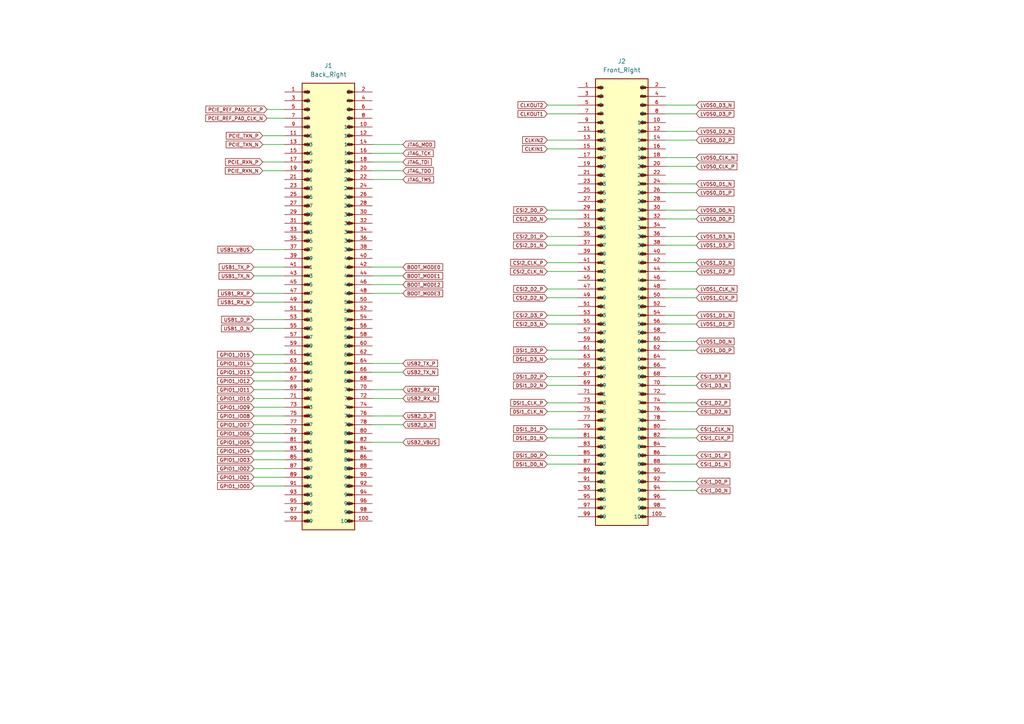
<source format=kicad_sch>
(kicad_sch (version 20231120) (generator "eeschema") (generator_version "8.0")
  (paper "A4")
  (lib_symbols
    (symbol "CONN_DF40C-100DS-0_4V51_HIR:DF40C-100DP-0.4V_51_" (pin_names (offset 1.016))
      (property "Reference" "J" (at -7.62 64.262 0))
      (property "Value" "DF40C-100DP-0.4V_51_" (at -7.62 -66.802 0))
      (symbol "DF40C-100DP-0.4V_51__0_0"
        (rectangle (start -7.62 -66.04) (end 7.62 63.5) (stroke (width 0.254)) (fill (type background)))
        (rectangle (start -6.985 -63.8175) (end -5.3975 -63.1825) (stroke (width 0.1)) (fill (type outline)))
        (rectangle (start -6.985 -61.2775) (end -5.3975 -60.6425) (stroke (width 0.1)) (fill (type outline)))
        (rectangle (start -6.985 -58.7375) (end -5.3975 -58.1025) (stroke (width 0.1)) (fill (type outline)))
        (rectangle (start -6.985 -56.1975) (end -5.3975 -55.5625) (stroke (width 0.1)) (fill (type outline)))
        (rectangle (start -6.985 -53.6575) (end -5.3975 -53.0225) (stroke (width 0.1)) (fill (type outline)))
        (rectangle (start -6.985 -51.1175) (end -5.3975 -50.4825) (stroke (width 0.1)) (fill (type outline)))
        (rectangle (start -6.985 -48.5775) (end -5.3975 -47.9425) (stroke (width 0.1)) (fill (type outline)))
        (rectangle (start -6.985 -46.0375) (end -5.3975 -45.4025) (stroke (width 0.1)) (fill (type outline)))
        (rectangle (start -6.985 -43.4975) (end -5.3975 -42.8625) (stroke (width 0.1)) (fill (type outline)))
        (rectangle (start -6.985 -40.9575) (end -5.3975 -40.3225) (stroke (width 0.1)) (fill (type outline)))
        (rectangle (start -6.985 -38.4175) (end -5.3975 -37.7825) (stroke (width 0.1)) (fill (type outline)))
        (rectangle (start -6.985 -35.8775) (end -5.3975 -35.2425) (stroke (width 0.1)) (fill (type outline)))
        (rectangle (start -6.985 -33.3375) (end -5.3975 -32.7025) (stroke (width 0.1)) (fill (type outline)))
        (rectangle (start -6.985 -30.7975) (end -5.3975 -30.1625) (stroke (width 0.1)) (fill (type outline)))
        (rectangle (start -6.985 -28.2575) (end -5.3975 -27.6225) (stroke (width 0.1)) (fill (type outline)))
        (rectangle (start -6.985 -25.7175) (end -5.3975 -25.0825) (stroke (width 0.1)) (fill (type outline)))
        (rectangle (start -6.985 -23.1775) (end -5.3975 -22.5425) (stroke (width 0.1)) (fill (type outline)))
        (rectangle (start -6.985 -20.6375) (end -5.3975 -20.0025) (stroke (width 0.1)) (fill (type outline)))
        (rectangle (start -6.985 -18.0975) (end -5.3975 -17.4625) (stroke (width 0.1)) (fill (type outline)))
        (rectangle (start -6.985 -15.5575) (end -5.3975 -14.9225) (stroke (width 0.1)) (fill (type outline)))
        (rectangle (start -6.985 -13.0175) (end -5.3975 -12.3825) (stroke (width 0.1)) (fill (type outline)))
        (rectangle (start -6.985 -10.4775) (end -5.3975 -9.8425) (stroke (width 0.1)) (fill (type outline)))
        (rectangle (start -6.985 -7.9375) (end -5.3975 -7.3025) (stroke (width 0.1)) (fill (type outline)))
        (rectangle (start -6.985 -5.3975) (end -5.3975 -4.7625) (stroke (width 0.1)) (fill (type outline)))
        (rectangle (start -6.985 -2.8575) (end -5.3975 -2.2225) (stroke (width 0.1)) (fill (type outline)))
        (rectangle (start -6.985 -0.3175) (end -5.3975 0.3175) (stroke (width 0.1)) (fill (type outline)))
        (rectangle (start -6.985 2.2225) (end -5.3975 2.8575) (stroke (width 0.1)) (fill (type outline)))
        (rectangle (start -6.985 4.7625) (end -5.3975 5.3975) (stroke (width 0.1)) (fill (type outline)))
        (rectangle (start -6.985 7.3025) (end -5.3975 7.9375) (stroke (width 0.1)) (fill (type outline)))
        (rectangle (start -6.985 9.8425) (end -5.3975 10.4775) (stroke (width 0.1)) (fill (type outline)))
        (rectangle (start -6.985 12.3825) (end -5.3975 13.0175) (stroke (width 0.1)) (fill (type outline)))
        (rectangle (start -6.985 14.9225) (end -5.3975 15.5575) (stroke (width 0.1)) (fill (type outline)))
        (rectangle (start -6.985 17.4625) (end -5.3975 18.0975) (stroke (width 0.1)) (fill (type outline)))
        (rectangle (start -6.985 20.0025) (end -5.3975 20.6375) (stroke (width 0.1)) (fill (type outline)))
        (rectangle (start -6.985 22.5425) (end -5.3975 23.1775) (stroke (width 0.1)) (fill (type outline)))
        (rectangle (start -6.985 25.0825) (end -5.3975 25.7175) (stroke (width 0.1)) (fill (type outline)))
        (rectangle (start -6.985 27.6225) (end -5.3975 28.2575) (stroke (width 0.1)) (fill (type outline)))
        (rectangle (start -6.985 30.1625) (end -5.3975 30.7975) (stroke (width 0.1)) (fill (type outline)))
        (rectangle (start -6.985 32.7025) (end -5.3975 33.3375) (stroke (width 0.1)) (fill (type outline)))
        (rectangle (start -6.985 35.2425) (end -5.3975 35.8775) (stroke (width 0.1)) (fill (type outline)))
        (rectangle (start -6.985 37.7825) (end -5.3975 38.4175) (stroke (width 0.1)) (fill (type outline)))
        (rectangle (start -6.985 40.3225) (end -5.3975 40.9575) (stroke (width 0.1)) (fill (type outline)))
        (rectangle (start -6.985 42.8625) (end -5.3975 43.4975) (stroke (width 0.1)) (fill (type outline)))
        (rectangle (start -6.985 45.4025) (end -5.3975 46.0375) (stroke (width 0.1)) (fill (type outline)))
        (rectangle (start -6.985 47.9425) (end -5.3975 48.5775) (stroke (width 0.1)) (fill (type outline)))
        (rectangle (start -6.985 50.4825) (end -5.3975 51.1175) (stroke (width 0.1)) (fill (type outline)))
        (rectangle (start -6.985 53.0225) (end -5.3975 53.6575) (stroke (width 0.1)) (fill (type outline)))
        (rectangle (start -6.985 55.5625) (end -5.3975 56.1975) (stroke (width 0.1)) (fill (type outline)))
        (rectangle (start -6.985 58.1025) (end -5.3975 58.7375) (stroke (width 0.1)) (fill (type outline)))
        (rectangle (start -6.985 60.6425) (end -5.3975 61.2775) (stroke (width 0.1)) (fill (type outline)))
        (polyline (pts (xy -7.62 -63.5) (xy -5.715 -63.5)) (stroke (width 0.254)))
        (polyline (pts (xy -7.62 -60.96) (xy -5.715 -60.96)) (stroke (width 0.254)))
        (polyline (pts (xy -7.62 -58.42) (xy -5.715 -58.42)) (stroke (width 0.254)))
        (polyline (pts (xy -7.62 -55.88) (xy -5.715 -55.88)) (stroke (width 0.254)))
        (polyline (pts (xy -7.62 -53.34) (xy -5.715 -53.34)) (stroke (width 0.254)))
        (polyline (pts (xy -7.62 -50.8) (xy -5.715 -50.8)) (stroke (width 0.254)))
        (polyline (pts (xy -7.62 -48.26) (xy -5.715 -48.26)) (stroke (width 0.254)))
        (polyline (pts (xy -7.62 -45.72) (xy -5.715 -45.72)) (stroke (width 0.254)))
        (polyline (pts (xy -7.62 -43.18) (xy -5.715 -43.18)) (stroke (width 0.254)))
        (polyline (pts (xy -7.62 -40.64) (xy -5.715 -40.64)) (stroke (width 0.254)))
        (polyline (pts (xy -7.62 -38.1) (xy -5.715 -38.1)) (stroke (width 0.254)))
        (polyline (pts (xy -7.62 -35.56) (xy -5.715 -35.56)) (stroke (width 0.254)))
        (polyline (pts (xy -7.62 -33.02) (xy -5.715 -33.02)) (stroke (width 0.254)))
        (polyline (pts (xy -7.62 -30.48) (xy -5.715 -30.48)) (stroke (width 0.254)))
        (polyline (pts (xy -7.62 -27.94) (xy -5.715 -27.94)) (stroke (width 0.254)))
        (polyline (pts (xy -7.62 -25.4) (xy -5.715 -25.4)) (stroke (width 0.254)))
        (polyline (pts (xy -7.62 -22.86) (xy -5.715 -22.86)) (stroke (width 0.254)))
        (polyline (pts (xy -7.62 -20.32) (xy -5.715 -20.32)) (stroke (width 0.254)))
        (polyline (pts (xy -7.62 -17.78) (xy -5.715 -17.78)) (stroke (width 0.254)))
        (polyline (pts (xy -7.62 -15.24) (xy -5.715 -15.24)) (stroke (width 0.254)))
        (polyline (pts (xy -7.62 -12.7) (xy -5.715 -12.7)) (stroke (width 0.254)))
        (polyline (pts (xy -7.62 -10.16) (xy -5.715 -10.16)) (stroke (width 0.254)))
        (polyline (pts (xy -7.62 -7.62) (xy -5.715 -7.62)) (stroke (width 0.254)))
        (polyline (pts (xy -7.62 -5.08) (xy -5.715 -5.08)) (stroke (width 0.254)))
        (polyline (pts (xy -7.62 -2.54) (xy -5.715 -2.54)) (stroke (width 0.254)))
        (polyline (pts (xy -7.62 0) (xy -5.715 0)) (stroke (width 0.254)))
        (polyline (pts (xy -7.62 2.54) (xy -5.715 2.54)) (stroke (width 0.254)))
        (polyline (pts (xy -7.62 5.08) (xy -5.715 5.08)) (stroke (width 0.254)))
        (polyline (pts (xy -7.62 7.62) (xy -5.715 7.62)) (stroke (width 0.254)))
        (polyline (pts (xy -7.62 10.16) (xy -5.715 10.16)) (stroke (width 0.254)))
        (polyline (pts (xy -7.62 12.7) (xy -5.715 12.7)) (stroke (width 0.254)))
        (polyline (pts (xy -7.62 15.24) (xy -5.715 15.24)) (stroke (width 0.254)))
        (polyline (pts (xy -7.62 17.78) (xy -5.715 17.78)) (stroke (width 0.254)))
        (polyline (pts (xy -7.62 20.32) (xy -5.715 20.32)) (stroke (width 0.254)))
        (polyline (pts (xy -7.62 22.86) (xy -5.715 22.86)) (stroke (width 0.254)))
        (polyline (pts (xy -7.62 25.4) (xy -5.715 25.4)) (stroke (width 0.254)))
        (polyline (pts (xy -7.62 27.94) (xy -5.715 27.94)) (stroke (width 0.254)))
        (polyline (pts (xy -7.62 30.48) (xy -5.715 30.48)) (stroke (width 0.254)))
        (polyline (pts (xy -7.62 33.02) (xy -5.715 33.02)) (stroke (width 0.254)))
        (polyline (pts (xy -7.62 35.56) (xy -5.715 35.56)) (stroke (width 0.254)))
        (polyline (pts (xy -7.62 38.1) (xy -5.715 38.1)) (stroke (width 0.254)))
        (polyline (pts (xy -7.62 40.64) (xy -5.715 40.64)) (stroke (width 0.254)))
        (polyline (pts (xy -7.62 43.18) (xy -5.715 43.18)) (stroke (width 0.254)))
        (polyline (pts (xy -7.62 45.72) (xy -5.715 45.72)) (stroke (width 0.254)))
        (polyline (pts (xy -7.62 48.26) (xy -5.715 48.26)) (stroke (width 0.254)))
        (polyline (pts (xy -7.62 50.8) (xy -5.715 50.8)) (stroke (width 0.254)))
        (polyline (pts (xy -7.62 53.34) (xy -5.715 53.34)) (stroke (width 0.254)))
        (polyline (pts (xy -7.62 55.88) (xy -5.715 55.88)) (stroke (width 0.254)))
        (polyline (pts (xy -7.62 58.42) (xy -5.715 58.42)) (stroke (width 0.254)))
        (polyline (pts (xy -7.62 60.96) (xy -5.715 60.96)) (stroke (width 0.254)))
        (polyline (pts (xy 7.62 -63.5) (xy 5.715 -63.5)) (stroke (width 0.254)))
        (polyline (pts (xy 7.62 -60.96) (xy 5.715 -60.96)) (stroke (width 0.254)))
        (polyline (pts (xy 7.62 -58.42) (xy 5.715 -58.42)) (stroke (width 0.254)))
        (polyline (pts (xy 7.62 -55.88) (xy 5.715 -55.88)) (stroke (width 0.254)))
        (polyline (pts (xy 7.62 -53.34) (xy 5.715 -53.34)) (stroke (width 0.254)))
        (polyline (pts (xy 7.62 -50.8) (xy 5.715 -50.8)) (stroke (width 0.254)))
        (polyline (pts (xy 7.62 -48.26) (xy 5.715 -48.26)) (stroke (width 0.254)))
        (polyline (pts (xy 7.62 -45.72) (xy 5.715 -45.72)) (stroke (width 0.254)))
        (polyline (pts (xy 7.62 -43.18) (xy 5.715 -43.18)) (stroke (width 0.254)))
        (polyline (pts (xy 7.62 -40.64) (xy 5.715 -40.64)) (stroke (width 0.254)))
        (polyline (pts (xy 7.62 -38.1) (xy 5.715 -38.1)) (stroke (width 0.254)))
        (polyline (pts (xy 7.62 -35.56) (xy 5.715 -35.56)) (stroke (width 0.254)))
        (polyline (pts (xy 7.62 -33.02) (xy 5.715 -33.02)) (stroke (width 0.254)))
        (polyline (pts (xy 7.62 -30.48) (xy 5.715 -30.48)) (stroke (width 0.254)))
        (polyline (pts (xy 7.62 -27.94) (xy 5.715 -27.94)) (stroke (width 0.254)))
        (polyline (pts (xy 7.62 -25.4) (xy 5.715 -25.4)) (stroke (width 0.254)))
        (polyline (pts (xy 7.62 -22.86) (xy 5.715 -22.86)) (stroke (width 0.254)))
        (polyline (pts (xy 7.62 -20.32) (xy 5.715 -20.32)) (stroke (width 0.254)))
        (polyline (pts (xy 7.62 -17.78) (xy 5.715 -17.78)) (stroke (width 0.254)))
        (polyline (pts (xy 7.62 -15.24) (xy 5.715 -15.24)) (stroke (width 0.254)))
        (polyline (pts (xy 7.62 -12.7) (xy 5.715 -12.7)) (stroke (width 0.254)))
        (polyline (pts (xy 7.62 -10.16) (xy 5.715 -10.16)) (stroke (width 0.254)))
        (polyline (pts (xy 7.62 -7.62) (xy 5.715 -7.62)) (stroke (width 0.254)))
        (polyline (pts (xy 7.62 -5.08) (xy 5.715 -5.08)) (stroke (width 0.254)))
        (polyline (pts (xy 7.62 -2.54) (xy 5.715 -2.54)) (stroke (width 0.254)))
        (polyline (pts (xy 7.62 0) (xy 5.715 0)) (stroke (width 0.254)))
        (polyline (pts (xy 7.62 2.54) (xy 5.715 2.54)) (stroke (width 0.254)))
        (polyline (pts (xy 7.62 5.08) (xy 5.715 5.08)) (stroke (width 0.254)))
        (polyline (pts (xy 7.62 7.62) (xy 5.715 7.62)) (stroke (width 0.254)))
        (polyline (pts (xy 7.62 10.16) (xy 5.715 10.16)) (stroke (width 0.254)))
        (polyline (pts (xy 7.62 12.7) (xy 5.715 12.7)) (stroke (width 0.254)))
        (polyline (pts (xy 7.62 15.24) (xy 5.715 15.24)) (stroke (width 0.254)))
        (polyline (pts (xy 7.62 17.78) (xy 5.715 17.78)) (stroke (width 0.254)))
        (polyline (pts (xy 7.62 20.32) (xy 5.715 20.32)) (stroke (width 0.254)))
        (polyline (pts (xy 7.62 22.86) (xy 5.715 22.86)) (stroke (width 0.254)))
        (polyline (pts (xy 7.62 25.4) (xy 5.715 25.4)) (stroke (width 0.254)))
        (polyline (pts (xy 7.62 27.94) (xy 5.715 27.94)) (stroke (width 0.254)))
        (polyline (pts (xy 7.62 30.48) (xy 5.715 30.48)) (stroke (width 0.254)))
        (polyline (pts (xy 7.62 33.02) (xy 5.715 33.02)) (stroke (width 0.254)))
        (polyline (pts (xy 7.62 35.56) (xy 5.715 35.56)) (stroke (width 0.254)))
        (polyline (pts (xy 7.62 38.1) (xy 5.715 38.1)) (stroke (width 0.254)))
        (polyline (pts (xy 7.62 40.64) (xy 5.715 40.64)) (stroke (width 0.254)))
        (polyline (pts (xy 7.62 43.18) (xy 5.715 43.18)) (stroke (width 0.254)))
        (polyline (pts (xy 7.62 45.72) (xy 5.715 45.72)) (stroke (width 0.254)))
        (polyline (pts (xy 7.62 48.26) (xy 5.715 48.26)) (stroke (width 0.254)))
        (polyline (pts (xy 7.62 50.8) (xy 5.715 50.8)) (stroke (width 0.254)))
        (polyline (pts (xy 7.62 53.34) (xy 5.715 53.34)) (stroke (width 0.254)))
        (polyline (pts (xy 7.62 55.88) (xy 5.715 55.88)) (stroke (width 0.254)))
        (polyline (pts (xy 7.62 58.42) (xy 5.715 58.42)) (stroke (width 0.254)))
        (polyline (pts (xy 7.62 60.96) (xy 5.715 60.96)) (stroke (width 0.254)))
        (rectangle (start 5.3975 -63.8175) (end 6.985 -63.1825) (stroke (width 0.1)) (fill (type outline)))
        (rectangle (start 5.3975 -61.2775) (end 6.985 -60.6425) (stroke (width 0.1)) (fill (type outline)))
        (rectangle (start 5.3975 -58.7375) (end 6.985 -58.1025) (stroke (width 0.1)) (fill (type outline)))
        (rectangle (start 5.3975 -56.1975) (end 6.985 -55.5625) (stroke (width 0.1)) (fill (type outline)))
        (rectangle (start 5.3975 -53.6575) (end 6.985 -53.0225) (stroke (width 0.1)) (fill (type outline)))
        (rectangle (start 5.3975 -51.1175) (end 6.985 -50.4825) (stroke (width 0.1)) (fill (type outline)))
        (rectangle (start 5.3975 -48.5775) (end 6.985 -47.9425) (stroke (width 0.1)) (fill (type outline)))
        (rectangle (start 5.3975 -46.0375) (end 6.985 -45.4025) (stroke (width 0.1)) (fill (type outline)))
        (rectangle (start 5.3975 -43.4975) (end 6.985 -42.8625) (stroke (width 0.1)) (fill (type outline)))
        (rectangle (start 5.3975 -40.9575) (end 6.985 -40.3225) (stroke (width 0.1)) (fill (type outline)))
        (rectangle (start 5.3975 -38.4175) (end 6.985 -37.7825) (stroke (width 0.1)) (fill (type outline)))
        (rectangle (start 5.3975 -35.8775) (end 6.985 -35.2425) (stroke (width 0.1)) (fill (type outline)))
        (rectangle (start 5.3975 -33.3375) (end 6.985 -32.7025) (stroke (width 0.1)) (fill (type outline)))
        (rectangle (start 5.3975 -30.7975) (end 6.985 -30.1625) (stroke (width 0.1)) (fill (type outline)))
        (rectangle (start 5.3975 -28.2575) (end 6.985 -27.6225) (stroke (width 0.1)) (fill (type outline)))
        (rectangle (start 5.3975 -25.7175) (end 6.985 -25.0825) (stroke (width 0.1)) (fill (type outline)))
        (rectangle (start 5.3975 -23.1775) (end 6.985 -22.5425) (stroke (width 0.1)) (fill (type outline)))
        (rectangle (start 5.3975 -20.6375) (end 6.985 -20.0025) (stroke (width 0.1)) (fill (type outline)))
        (rectangle (start 5.3975 -18.0975) (end 6.985 -17.4625) (stroke (width 0.1)) (fill (type outline)))
        (rectangle (start 5.3975 -15.5575) (end 6.985 -14.9225) (stroke (width 0.1)) (fill (type outline)))
        (rectangle (start 5.3975 -13.0175) (end 6.985 -12.3825) (stroke (width 0.1)) (fill (type outline)))
        (rectangle (start 5.3975 -10.4775) (end 6.985 -9.8425) (stroke (width 0.1)) (fill (type outline)))
        (rectangle (start 5.3975 -7.9375) (end 6.985 -7.3025) (stroke (width 0.1)) (fill (type outline)))
        (rectangle (start 5.3975 -5.3975) (end 6.985 -4.7625) (stroke (width 0.1)) (fill (type outline)))
        (rectangle (start 5.3975 -2.8575) (end 6.985 -2.2225) (stroke (width 0.1)) (fill (type outline)))
        (rectangle (start 5.3975 -0.3175) (end 6.985 0.3175) (stroke (width 0.1)) (fill (type outline)))
        (rectangle (start 5.3975 2.2225) (end 6.985 2.8575) (stroke (width 0.1)) (fill (type outline)))
        (rectangle (start 5.3975 4.7625) (end 6.985 5.3975) (stroke (width 0.1)) (fill (type outline)))
        (rectangle (start 5.3975 7.3025) (end 6.985 7.9375) (stroke (width 0.1)) (fill (type outline)))
        (rectangle (start 5.3975 9.8425) (end 6.985 10.4775) (stroke (width 0.1)) (fill (type outline)))
        (rectangle (start 5.3975 12.3825) (end 6.985 13.0175) (stroke (width 0.1)) (fill (type outline)))
        (rectangle (start 5.3975 14.9225) (end 6.985 15.5575) (stroke (width 0.1)) (fill (type outline)))
        (rectangle (start 5.3975 17.4625) (end 6.985 18.0975) (stroke (width 0.1)) (fill (type outline)))
        (rectangle (start 5.3975 20.0025) (end 6.985 20.6375) (stroke (width 0.1)) (fill (type outline)))
        (rectangle (start 5.3975 22.5425) (end 6.985 23.1775) (stroke (width 0.1)) (fill (type outline)))
        (rectangle (start 5.3975 25.0825) (end 6.985 25.7175) (stroke (width 0.1)) (fill (type outline)))
        (rectangle (start 5.3975 27.6225) (end 6.985 28.2575) (stroke (width 0.1)) (fill (type outline)))
        (rectangle (start 5.3975 30.1625) (end 6.985 30.7975) (stroke (width 0.1)) (fill (type outline)))
        (rectangle (start 5.3975 32.7025) (end 6.985 33.3375) (stroke (width 0.1)) (fill (type outline)))
        (rectangle (start 5.3975 35.2425) (end 6.985 35.8775) (stroke (width 0.1)) (fill (type outline)))
        (rectangle (start 5.3975 37.7825) (end 6.985 38.4175) (stroke (width 0.1)) (fill (type outline)))
        (rectangle (start 5.3975 40.3225) (end 6.985 40.9575) (stroke (width 0.1)) (fill (type outline)))
        (rectangle (start 5.3975 42.8625) (end 6.985 43.4975) (stroke (width 0.1)) (fill (type outline)))
        (rectangle (start 5.3975 45.4025) (end 6.985 46.0375) (stroke (width 0.1)) (fill (type outline)))
        (rectangle (start 5.3975 47.9425) (end 6.985 48.5775) (stroke (width 0.1)) (fill (type outline)))
        (rectangle (start 5.3975 50.4825) (end 6.985 51.1175) (stroke (width 0.1)) (fill (type outline)))
        (rectangle (start 5.3975 53.0225) (end 6.985 53.6575) (stroke (width 0.1)) (fill (type outline)))
        (rectangle (start 5.3975 55.5625) (end 6.985 56.1975) (stroke (width 0.1)) (fill (type outline)))
        (rectangle (start 5.3975 58.1025) (end 6.985 58.7375) (stroke (width 0.1)) (fill (type outline)))
        (rectangle (start 5.3975 60.6425) (end 6.985 61.2775) (stroke (width 0.1)) (fill (type outline)))
        (pin passive line (at -12.7 60.96 0) (length 5.08) (name "1") (number "1"))
        (pin passive line (at 12.7 50.8 180) (length 5.08) (name "10") (number "10"))
        (pin passive line (at 12.7 -63.5 180) (length 5.08) (name "100") (number "100"))
        (pin passive line (at -12.7 48.26 0) (length 5.08) (name "11") (number "11"))
        (pin passive line (at 12.7 48.26 180) (length 5.08) (name "12") (number "12"))
        (pin passive line (at -12.7 45.72 0) (length 5.08) (name "13") (number "13"))
        (pin passive line (at 12.7 45.72 180) (length 5.08) (name "14") (number "14"))
        (pin passive line (at -12.7 43.18 0) (length 5.08) (name "15") (number "15"))
        (pin passive line (at 12.7 43.18 180) (length 5.08) (name "16") (number "16"))
        (pin passive line (at -12.7 40.64 0) (length 5.08) (name "17") (number "17"))
        (pin passive line (at 12.7 40.64 180) (length 5.08) (name "18") (number "18"))
        (pin passive line (at -12.7 38.1 0) (length 5.08) (name "19") (number "19"))
        (pin passive line (at 12.7 60.96 180) (length 5.08) (name "2") (number "2"))
        (pin passive line (at 12.7 38.1 180) (length 5.08) (name "20") (number "20"))
        (pin passive line (at -12.7 35.56 0) (length 5.08) (name "21") (number "21"))
        (pin passive line (at 12.7 35.56 180) (length 5.08) (name "22") (number "22"))
        (pin passive line (at -12.7 33.02 0) (length 5.08) (name "23") (number "23"))
        (pin passive line (at 12.7 33.02 180) (length 5.08) (name "24") (number "24"))
        (pin passive line (at -12.7 30.48 0) (length 5.08) (name "25") (number "25"))
        (pin passive line (at 12.7 30.48 180) (length 5.08) (name "26") (number "26"))
        (pin passive line (at -12.7 27.94 0) (length 5.08) (name "27") (number "27"))
        (pin passive line (at 12.7 27.94 180) (length 5.08) (name "28") (number "28"))
        (pin passive line (at -12.7 25.4 0) (length 5.08) (name "29") (number "29"))
        (pin passive line (at -12.7 58.42 0) (length 5.08) (name "3") (number "3"))
        (pin passive line (at 12.7 25.4 180) (length 5.08) (name "30") (number "30"))
        (pin passive line (at -12.7 22.86 0) (length 5.08) (name "31") (number "31"))
        (pin passive line (at 12.7 22.86 180) (length 5.08) (name "32") (number "32"))
        (pin passive line (at -12.7 20.32 0) (length 5.08) (name "33") (number "33"))
        (pin passive line (at 12.7 20.32 180) (length 5.08) (name "34") (number "34"))
        (pin passive line (at -12.7 17.78 0) (length 5.08) (name "35") (number "35"))
        (pin passive line (at 12.7 17.78 180) (length 5.08) (name "36") (number "36"))
        (pin passive line (at -12.7 15.24 0) (length 5.08) (name "37") (number "37"))
        (pin passive line (at 12.7 15.24 180) (length 5.08) (name "38") (number "38"))
        (pin passive line (at -12.7 12.7 0) (length 5.08) (name "39") (number "39"))
        (pin passive line (at 12.7 58.42 180) (length 5.08) (name "4") (number "4"))
        (pin passive line (at 12.7 12.7 180) (length 5.08) (name "40") (number "40"))
        (pin passive line (at -12.7 10.16 0) (length 5.08) (name "41") (number "41"))
        (pin passive line (at 12.7 10.16 180) (length 5.08) (name "42") (number "42"))
        (pin passive line (at -12.7 7.62 0) (length 5.08) (name "43") (number "43"))
        (pin passive line (at 12.7 7.62 180) (length 5.08) (name "44") (number "44"))
        (pin passive line (at -12.7 5.08 0) (length 5.08) (name "45") (number "45"))
        (pin passive line (at 12.7 5.08 180) (length 5.08) (name "46") (number "46"))
        (pin passive line (at -12.7 2.54 0) (length 5.08) (name "47") (number "47"))
        (pin passive line (at 12.7 2.54 180) (length 5.08) (name "48") (number "48"))
        (pin passive line (at -12.7 0 0) (length 5.08) (name "49") (number "49"))
        (pin passive line (at -12.7 55.88 0) (length 5.08) (name "5") (number "5"))
        (pin passive line (at 12.7 0 180) (length 5.08) (name "50") (number "50"))
        (pin passive line (at -12.7 -2.54 0) (length 5.08) (name "51") (number "51"))
        (pin passive line (at 12.7 -2.54 180) (length 5.08) (name "52") (number "52"))
        (pin passive line (at -12.7 -5.08 0) (length 5.08) (name "53") (number "53"))
        (pin passive line (at 12.7 -5.08 180) (length 5.08) (name "54") (number "54"))
        (pin passive line (at -12.7 -7.62 0) (length 5.08) (name "55") (number "55"))
        (pin passive line (at 12.7 -7.62 180) (length 5.08) (name "56") (number "56"))
        (pin passive line (at -12.7 -10.16 0) (length 5.08) (name "57") (number "57"))
        (pin passive line (at 12.7 -10.16 180) (length 5.08) (name "58") (number "58"))
        (pin passive line (at -12.7 -12.7 0) (length 5.08) (name "59") (number "59"))
        (pin passive line (at 12.7 55.88 180) (length 5.08) (name "6") (number "6"))
        (pin passive line (at 12.7 -12.7 180) (length 5.08) (name "60") (number "60"))
        (pin passive line (at -12.7 -15.24 0) (length 5.08) (name "61") (number "61"))
        (pin passive line (at 12.7 -15.24 180) (length 5.08) (name "62") (number "62"))
        (pin passive line (at -12.7 -17.78 0) (length 5.08) (name "63") (number "63"))
        (pin passive line (at 12.7 -17.78 180) (length 5.08) (name "64") (number "64"))
        (pin passive line (at -12.7 -20.32 0) (length 5.08) (name "65") (number "65"))
        (pin passive line (at 12.7 -20.32 180) (length 5.08) (name "66") (number "66"))
        (pin passive line (at -12.7 -22.86 0) (length 5.08) (name "67") (number "67"))
        (pin passive line (at 12.7 -22.86 180) (length 5.08) (name "68") (number "68"))
        (pin passive line (at -12.7 -25.4 0) (length 5.08) (name "69") (number "69"))
        (pin passive line (at -12.7 53.34 0) (length 5.08) (name "7") (number "7"))
        (pin passive line (at 12.7 -25.4 180) (length 5.08) (name "70") (number "70"))
        (pin passive line (at -12.7 -27.94 0) (length 5.08) (name "71") (number "71"))
        (pin passive line (at 12.7 -27.94 180) (length 5.08) (name "72") (number "72"))
        (pin passive line (at -12.7 -30.48 0) (length 5.08) (name "73") (number "73"))
        (pin passive line (at 12.7 -30.48 180) (length 5.08) (name "74") (number "74"))
        (pin passive line (at -12.7 -33.02 0) (length 5.08) (name "75") (number "75"))
        (pin passive line (at 12.7 -33.02 180) (length 5.08) (name "76") (number "76"))
        (pin passive line (at -12.7 -35.56 0) (length 5.08) (name "77") (number "77"))
        (pin passive line (at 12.7 -35.56 180) (length 5.08) (name "78") (number "78"))
        (pin passive line (at -12.7 -38.1 0) (length 5.08) (name "79") (number "79"))
        (pin passive line (at 12.7 53.34 180) (length 5.08) (name "8") (number "8"))
        (pin passive line (at 12.7 -38.1 180) (length 5.08) (name "80") (number "80"))
        (pin passive line (at -12.7 -40.64 0) (length 5.08) (name "81") (number "81"))
        (pin passive line (at 12.7 -40.64 180) (length 5.08) (name "82") (number "82"))
        (pin passive line (at -12.7 -43.18 0) (length 5.08) (name "83") (number "83"))
        (pin passive line (at 12.7 -43.18 180) (length 5.08) (name "84") (number "84"))
        (pin passive line (at -12.7 -45.72 0) (length 5.08) (name "85") (number "85"))
        (pin passive line (at 12.7 -45.72 180) (length 5.08) (name "86") (number "86"))
        (pin passive line (at -12.7 -48.26 0) (length 5.08) (name "87") (number "87"))
        (pin passive line (at 12.7 -48.26 180) (length 5.08) (name "88") (number "88"))
        (pin passive line (at -12.7 -50.8 0) (length 5.08) (name "89") (number "89"))
        (pin passive line (at -12.7 50.8 0) (length 5.08) (name "9") (number "9"))
        (pin passive line (at 12.7 -50.8 180) (length 5.08) (name "90") (number "90"))
        (pin passive line (at -12.7 -53.34 0) (length 5.08) (name "91") (number "91"))
        (pin passive line (at 12.7 -53.34 180) (length 5.08) (name "92") (number "92"))
        (pin passive line (at -12.7 -55.88 0) (length 5.08) (name "93") (number "93"))
        (pin passive line (at 12.7 -55.88 180) (length 5.08) (name "94") (number "94"))
        (pin passive line (at -12.7 -58.42 0) (length 5.08) (name "95") (number "95"))
        (pin passive line (at 12.7 -58.42 180) (length 5.08) (name "96") (number "96"))
        (pin passive line (at -12.7 -60.96 0) (length 5.08) (name "97") (number "97"))
        (pin passive line (at 12.7 -60.96 180) (length 5.08) (name "98") (number "98"))
        (pin passive line (at -12.7 -63.5 0) (length 5.08) (name "99") (number "99"))
      )
    )
  )
  (wire (pts (xy 167.64 104.14) (xy 158.75 104.14)))
  (wire (pts (xy 167.64 111.76) (xy 158.75 111.76)))
  (wire (pts (xy 167.64 101.6) (xy 158.75 101.6)))
  (wire (pts (xy 167.64 78.74) (xy 158.75 78.74)))
  (wire (pts (xy 193.04 99.06) (xy 201.93 99.06)))
  (wire (pts (xy 193.04 101.6) (xy 201.93 101.6)))
  (wire (pts (xy 193.04 78.74) (xy 201.93 78.74)))
  (wire (pts (xy 76.2 49.53) (xy 82.55 49.53)))
  (wire (pts (xy 167.64 43.18) (xy 158.75 43.18)))
  (wire (pts (xy 167.64 116.84) (xy 158.75 116.84)))
  (wire (pts (xy 193.04 119.38) (xy 201.93 119.38)))
  (wire (pts (xy 167.64 124.46) (xy 158.75 124.46)))
  (wire (pts (xy 82.55 113.03) (xy 73.66 113.03)))
  (wire (pts (xy 82.55 80.01) (xy 73.66 80.01)))
  (wire (pts (xy 82.55 128.27) (xy 73.66 128.27)))
  (wire (pts (xy 167.64 83.82) (xy 158.75 83.82)))
  (wire (pts (xy 107.95 44.45) (xy 116.84 44.45)))
  (wire (pts (xy 82.55 102.87) (xy 73.66 102.87)))
  (wire (pts (xy 193.04 53.34) (xy 201.93 53.34)))
  (wire (pts (xy 167.64 132.08) (xy 158.75 132.08)))
  (wire (pts (xy 193.04 30.48) (xy 201.93 30.48)))
  (wire (pts (xy 193.04 71.12) (xy 201.93 71.12)))
  (wire (pts (xy 107.95 120.65) (xy 116.84 120.65)))
  (wire (pts (xy 82.55 105.41) (xy 73.66 105.41)))
  (wire (pts (xy 82.55 125.73) (xy 73.66 125.73)))
  (wire (pts (xy 167.64 40.64) (xy 158.75 40.64)))
  (wire (pts (xy 167.64 91.44) (xy 158.75 91.44)))
  (wire (pts (xy 167.64 93.98) (xy 158.75 93.98)))
  (wire (pts (xy 193.04 33.02) (xy 201.93 33.02)))
  (wire (pts (xy 107.95 105.41) (xy 116.84 105.41)))
  (wire (pts (xy 82.55 133.35) (xy 73.66 133.35)))
  (wire (pts (xy 107.95 113.03) (xy 116.84 113.03)))
  (wire (pts (xy 193.04 48.26) (xy 201.93 48.26)))
  (wire (pts (xy 193.04 109.22) (xy 201.93 109.22)))
  (wire (pts (xy 167.64 71.12) (xy 158.75 71.12)))
  (wire (pts (xy 77.47 34.29) (xy 82.55 34.29)))
  (wire (pts (xy 82.55 138.43) (xy 73.66 138.43)))
  (wire (pts (xy 82.55 72.39) (xy 73.66 72.39)))
  (wire (pts (xy 107.95 77.47) (xy 116.84 77.47)))
  (wire (pts (xy 82.55 118.11) (xy 73.66 118.11)))
  (wire (pts (xy 193.04 127) (xy 201.93 127)))
  (wire (pts (xy 107.95 115.57) (xy 116.84 115.57)))
  (wire (pts (xy 82.55 140.97) (xy 73.66 140.97)))
  (wire (pts (xy 107.95 46.99) (xy 116.84 46.99)))
  (wire (pts (xy 107.95 123.19) (xy 116.84 123.19)))
  (wire (pts (xy 193.04 60.96) (xy 201.93 60.96)))
  (wire (pts (xy 167.64 109.22) (xy 158.75 109.22)))
  (wire (pts (xy 82.55 115.57) (xy 73.66 115.57)))
  (wire (pts (xy 82.55 92.71) (xy 73.66 92.71)))
  (wire (pts (xy 82.55 95.25) (xy 73.66 95.25)))
  (wire (pts (xy 82.55 110.49) (xy 73.66 110.49)))
  (wire (pts (xy 107.95 49.53) (xy 116.84 49.53)))
  (wire (pts (xy 193.04 142.24) (xy 201.93 142.24)))
  (wire (pts (xy 193.04 76.2) (xy 201.93 76.2)))
  (wire (pts (xy 107.95 107.95) (xy 116.84 107.95)))
  (wire (pts (xy 82.55 120.65) (xy 73.66 120.65)))
  (wire (pts (xy 82.55 123.19) (xy 73.66 123.19)))
  (wire (pts (xy 167.64 68.58) (xy 158.75 68.58)))
  (wire (pts (xy 193.04 93.98) (xy 201.93 93.98)))
  (wire (pts (xy 193.04 124.46) (xy 201.93 124.46)))
  (wire (pts (xy 193.04 83.82) (xy 201.93 83.82)))
  (wire (pts (xy 193.04 40.64) (xy 201.93 40.64)))
  (wire (pts (xy 82.55 87.63) (xy 73.66 87.63)))
  (wire (pts (xy 193.04 86.36) (xy 201.93 86.36)))
  (wire (pts (xy 193.04 63.5) (xy 201.93 63.5)))
  (wire (pts (xy 107.95 128.27) (xy 116.84 128.27)))
  (wire (pts (xy 107.95 41.91) (xy 116.84 41.91)))
  (wire (pts (xy 107.95 85.09) (xy 116.84 85.09)))
  (wire (pts (xy 193.04 116.84) (xy 201.93 116.84)))
  (wire (pts (xy 76.2 39.37) (xy 82.55 39.37)))
  (wire (pts (xy 167.64 76.2) (xy 158.75 76.2)))
  (wire (pts (xy 82.55 77.47) (xy 73.66 77.47)))
  (wire (pts (xy 167.64 63.5) (xy 158.75 63.5)))
  (wire (pts (xy 167.64 30.48) (xy 158.75 30.48)))
  (wire (pts (xy 193.04 134.62) (xy 201.93 134.62)))
  (wire (pts (xy 193.04 38.1) (xy 201.93 38.1)))
  (wire (pts (xy 76.2 46.99) (xy 82.55 46.99)))
  (wire (pts (xy 167.64 119.38) (xy 158.75 119.38)))
  (wire (pts (xy 107.95 82.55) (xy 116.84 82.55)))
  (wire (pts (xy 77.47 31.75) (xy 82.55 31.75)))
  (wire (pts (xy 193.04 45.72) (xy 201.93 45.72)))
  (wire (pts (xy 167.64 86.36) (xy 158.75 86.36)))
  (wire (pts (xy 193.04 68.58) (xy 201.93 68.58)))
  (wire (pts (xy 82.55 135.89) (xy 73.66 135.89)))
  (wire (pts (xy 167.64 134.62) (xy 158.75 134.62)))
  (wire (pts (xy 76.2 41.91) (xy 82.55 41.91)))
  (wire (pts (xy 193.04 91.44) (xy 201.93 91.44)))
  (wire (pts (xy 193.04 132.08) (xy 201.93 132.08)))
  (wire (pts (xy 193.04 55.88) (xy 201.93 55.88)))
  (wire (pts (xy 167.64 33.02) (xy 158.75 33.02)))
  (wire (pts (xy 167.64 127) (xy 158.75 127)))
  (wire (pts (xy 82.55 85.09) (xy 73.66 85.09)))
  (wire (pts (xy 107.95 52.07) (xy 116.84 52.07)))
  (wire (pts (xy 193.04 139.7) (xy 201.93 139.7)))
  (wire (pts (xy 82.55 107.95) (xy 73.66 107.95)))
  (wire (pts (xy 107.95 80.01) (xy 116.84 80.01)))
  (wire (pts (xy 167.64 60.96) (xy 158.75 60.96)))
  (wire (pts (xy 193.04 111.76) (xy 201.93 111.76)))
  (wire (pts (xy 82.55 130.81) (xy 73.66 130.81)))
  (global_label "USB2_RX_P" (shape input) (at 116.84 113.03 0) (effects (font (size 1 1))) (property "Intersheetrefs" "${INTERSHEET_REFS}" (effects (hide yes))))
  (global_label "LVDS1_D3_N" (shape input) (at 201.93 68.58 0) (effects (font (size 1 1))) (property "Intersheetrefs" "${INTERSHEET_REFS}" (effects (hide yes))))
  (global_label "CSI1_D0_P" (shape input) (at 201.93 139.7 0) (effects (font (size 1 1))) (property "Intersheetrefs" "${INTERSHEET_REFS}" (effects (hide yes))))
  (global_label "GPIO1_IO02" (shape input) (at 73.66 135.89 180) (effects (font (size 1 1))) (property "Intersheetrefs" "${INTERSHEET_REFS}" (effects (hide yes))))
  (global_label "GPIO1_IO03" (shape input) (at 73.66 133.35 180) (effects (font (size 1 1))) (property "Intersheetrefs" "${INTERSHEET_REFS}" (effects (hide yes))))
  (global_label "USB2_TX_N" (shape input) (at 116.84 107.95 0) (effects (font (size 1 1))) (property "Intersheetrefs" "${INTERSHEET_REFS}" (effects (hide yes))))
  (global_label "JTAG_TCK" (shape input) (at 116.84 44.45 0) (effects (font (size 1 1))) (property "Intersheetrefs" "${INTERSHEET_REFS}" (effects (hide yes))))
  (global_label "BOOT_MODE1" (shape input) (at 116.84 80.01 0) (effects (font (size 1 1))) (property "Intersheetrefs" "${INTERSHEET_REFS}" (effects (hide yes))))
  (global_label "CSI2_D3_N" (shape input) (at 158.75 93.98 180) (effects (font (size 1 1))) (property "Intersheetrefs" "${INTERSHEET_REFS}" (effects (hide yes))))
  (global_label "DSI1_D2_P" (shape input) (at 158.75 109.22 180) (effects (font (size 1 1))) (property "Intersheetrefs" "${INTERSHEET_REFS}" (effects (hide yes))))
  (global_label "CLKOUT2" (shape input) (at 158.75 30.48 180) (effects (font (size 1 1))) (property "Intersheetrefs" "${INTERSHEET_REFS}" (effects (hide yes))))
  (global_label "PCIE_REF_PAD_CLK_P" (shape input) (at 77.47 31.75 180) (effects (font (size 1 1))) (property "Intersheetrefs" "${INTERSHEET_REFS}" (effects (hide yes))))
  (global_label "GPIO1_IO10" (shape input) (at 73.66 115.57 180) (effects (font (size 1 1))) (property "Intersheetrefs" "${INTERSHEET_REFS}" (effects (hide yes))))
  (global_label "USB2_RX_N" (shape input) (at 116.84 115.57 0) (effects (font (size 1 1))) (property "Intersheetrefs" "${INTERSHEET_REFS}" (effects (hide yes))))
  (global_label "CSI1_CLK_P" (shape input) (at 201.93 127 0) (effects (font (size 1 1))) (property "Intersheetrefs" "${INTERSHEET_REFS}" (effects (hide yes))))
  (global_label "GPIO1_IO04" (shape input) (at 73.66 130.81 180) (effects (font (size 1 1))) (property "Intersheetrefs" "${INTERSHEET_REFS}" (effects (hide yes))))
  (global_label "GPIO1_IO05" (shape input) (at 73.66 128.27 180) (effects (font (size 1 1))) (property "Intersheetrefs" "${INTERSHEET_REFS}" (effects (hide yes))))
  (global_label "DSI1_CLK_N" (shape input) (at 158.75 119.38 180) (effects (font (size 1 1))) (property "Intersheetrefs" "${INTERSHEET_REFS}" (effects (hide yes))))
  (global_label "DSI1_D2_N" (shape input) (at 158.75 111.76 180) (effects (font (size 1 1))) (property "Intersheetrefs" "${INTERSHEET_REFS}" (effects (hide yes))))
  (global_label "LVDS1_CLK_P" (shape input) (at 201.93 86.36 0) (effects (font (size 1 1))) (property "Intersheetrefs" "${INTERSHEET_REFS}" (effects (hide yes))))
  (global_label "CSI2_CLK_P" (shape input) (at 158.75 76.2 180) (effects (font (size 1 1))) (property "Intersheetrefs" "${INTERSHEET_REFS}" (effects (hide yes))))
  (global_label "GPIO1_IO12" (shape input) (at 73.66 110.49 180) (effects (font (size 1 1))) (property "Intersheetrefs" "${INTERSHEET_REFS}" (effects (hide yes))))
  (global_label "USB2_VBUS" (shape input) (at 116.84 128.27 0) (effects (font (size 1 1))) (property "Intersheetrefs" "${INTERSHEET_REFS}" (effects (hide yes))))
  (global_label "CSI2_D2_P" (shape input) (at 158.75 83.82 180) (effects (font (size 1 1))) (property "Intersheetrefs" "${INTERSHEET_REFS}" (effects (hide yes))))
  (global_label "CSI2_D3_P" (shape input) (at 158.75 91.44 180) (effects (font (size 1 1))) (property "Intersheetrefs" "${INTERSHEET_REFS}" (effects (hide yes))))
  (global_label "BOOT_MODE0" (shape input) (at 116.84 77.47 0) (effects (font (size 1 1))) (property "Intersheetrefs" "${INTERSHEET_REFS}" (effects (hide yes))))
  (global_label "LVDS0_D3_N" (shape input) (at 201.93 30.48 0) (effects (font (size 1 1))) (property "Intersheetrefs" "${INTERSHEET_REFS}" (effects (hide yes))))
  (global_label "DSI1_D3_P" (shape input) (at 158.75 101.6 180) (effects (font (size 1 1))) (property "Intersheetrefs" "${INTERSHEET_REFS}" (effects (hide yes))))
  (global_label "LVDS0_CLK_N" (shape input) (at 201.93 45.72 0) (effects (font (size 1 1))) (property "Intersheetrefs" "${INTERSHEET_REFS}" (effects (hide yes))))
  (global_label "GPIO1_IO13" (shape input) (at 73.66 107.95 180) (effects (font (size 1 1))) (property "Intersheetrefs" "${INTERSHEET_REFS}" (effects (hide yes))))
  (global_label "GPIO1_IO11" (shape input) (at 73.66 113.03 180) (effects (font (size 1 1))) (property "Intersheetrefs" "${INTERSHEET_REFS}" (effects (hide yes))))
  (global_label "LVDS1_D0_N" (shape input) (at 201.93 99.06 0) (effects (font (size 1 1))) (property "Intersheetrefs" "${INTERSHEET_REFS}" (effects (hide yes))))
  (global_label "GPIO1_IO07" (shape input) (at 73.66 123.19 180) (effects (font (size 1 1))) (property "Intersheetrefs" "${INTERSHEET_REFS}" (effects (hide yes))))
  (global_label "CLKIN1" (shape input) (at 158.75 43.18 180) (effects (font (size 1 1))) (property "Intersheetrefs" "${INTERSHEET_REFS}" (effects (hide yes))))
  (global_label "USB1_D_P" (shape input) (at 73.66 92.71 180) (effects (font (size 1 1))) (property "Intersheetrefs" "${INTERSHEET_REFS}" (effects (hide yes))))
  (global_label "JTAG_TDO" (shape input) (at 116.84 49.53 0) (effects (font (size 1 1))) (property "Intersheetrefs" "${INTERSHEET_REFS}" (effects (hide yes))))
  (global_label "USB2_D_N" (shape input) (at 116.84 123.19 0) (effects (font (size 1 1))) (property "Intersheetrefs" "${INTERSHEET_REFS}" (effects (hide yes))))
  (global_label "CSI1_D3_N" (shape input) (at 201.93 111.76 0) (effects (font (size 1 1))) (property "Intersheetrefs" "${INTERSHEET_REFS}" (effects (hide yes))))
  (global_label "LVDS1_D2_N" (shape input) (at 201.93 76.2 0) (effects (font (size 1 1))) (property "Intersheetrefs" "${INTERSHEET_REFS}" (effects (hide yes))))
  (global_label "USB2_D_P" (shape input) (at 116.84 120.65 0) (effects (font (size 1 1))) (property "Intersheetrefs" "${INTERSHEET_REFS}" (effects (hide yes))))
  (global_label "PCIE_RXN_N" (shape input) (at 76.2 49.53 180) (effects (font (size 1 1))) (property "Intersheetrefs" "${INTERSHEET_REFS}" (effects (hide yes))))
  (global_label "CSI1_D1_P" (shape input) (at 201.93 132.08 0) (effects (font (size 1 1))) (property "Intersheetrefs" "${INTERSHEET_REFS}" (effects (hide yes))))
  (global_label "GPIO1_IO15" (shape input) (at 73.66 102.87 180) (effects (font (size 1 1))) (property "Intersheetrefs" "${INTERSHEET_REFS}" (effects (hide yes))))
  (global_label "CSI1_D0_N" (shape input) (at 201.93 142.24 0) (effects (font (size 1 1))) (property "Intersheetrefs" "${INTERSHEET_REFS}" (effects (hide yes))))
  (global_label "DSI1_D0_P" (shape input) (at 158.75 132.08 180) (effects (font (size 1 1))) (property "Intersheetrefs" "${INTERSHEET_REFS}" (effects (hide yes))))
  (global_label "USB1_VBUS" (shape input) (at 73.66 72.39 180) (effects (font (size 1 1))) (property "Intersheetrefs" "${INTERSHEET_REFS}" (effects (hide yes))))
  (global_label "LVDS1_D3_P" (shape input) (at 201.93 71.12 0) (effects (font (size 1 1))) (property "Intersheetrefs" "${INTERSHEET_REFS}" (effects (hide yes))))
  (global_label "DSI1_D3_N" (shape input) (at 158.75 104.14 180) (effects (font (size 1 1))) (property "Intersheetrefs" "${INTERSHEET_REFS}" (effects (hide yes))))
  (global_label "GPIO1_IO00" (shape input) (at 73.66 140.97 180) (effects (font (size 1 1))) (property "Intersheetrefs" "${INTERSHEET_REFS}" (effects (hide yes))))
  (global_label "LVDS1_D1_N" (shape input) (at 201.93 91.44 0) (effects (font (size 1 1))) (property "Intersheetrefs" "${INTERSHEET_REFS}" (effects (hide yes))))
  (global_label "LVDS0_D2_P" (shape input) (at 201.93 40.64 0) (effects (font (size 1 1))) (property "Intersheetrefs" "${INTERSHEET_REFS}" (effects (hide yes))))
  (global_label "BOOT_MODE3" (shape input) (at 116.84 85.09 0) (effects (font (size 1 1))) (property "Intersheetrefs" "${INTERSHEET_REFS}" (effects (hide yes))))
  (global_label "LVDS1_D2_P" (shape input) (at 201.93 78.74 0) (effects (font (size 1 1))) (property "Intersheetrefs" "${INTERSHEET_REFS}" (effects (hide yes))))
  (global_label "USB1_TX_P" (shape input) (at 73.66 77.47 180) (effects (font (size 1 1))) (property "Intersheetrefs" "${INTERSHEET_REFS}" (effects (hide yes))))
  (global_label "GPIO1_IO06" (shape input) (at 73.66 125.73 180) (effects (font (size 1 1))) (property "Intersheetrefs" "${INTERSHEET_REFS}" (effects (hide yes))))
  (global_label "BOOT_MODE2" (shape input) (at 116.84 82.55 0) (effects (font (size 1 1))) (property "Intersheetrefs" "${INTERSHEET_REFS}" (effects (hide yes))))
  (global_label "LVDS0_D2_N" (shape input) (at 201.93 38.1 0) (effects (font (size 1 1))) (property "Intersheetrefs" "${INTERSHEET_REFS}" (effects (hide yes))))
  (global_label "USB2_TX_P" (shape input) (at 116.84 105.41 0) (effects (font (size 1 1))) (property "Intersheetrefs" "${INTERSHEET_REFS}" (effects (hide yes))))
  (global_label "GPIO1_IO08" (shape input) (at 73.66 120.65 180) (effects (font (size 1 1))) (property "Intersheetrefs" "${INTERSHEET_REFS}" (effects (hide yes))))
  (global_label "JTAG_TMS" (shape input) (at 116.84 52.07 0) (effects (font (size 1 1))) (property "Intersheetrefs" "${INTERSHEET_REFS}" (effects (hide yes))))
  (global_label "CLKIN2" (shape input) (at 158.75 40.64 180) (effects (font (size 1 1))) (property "Intersheetrefs" "${INTERSHEET_REFS}" (effects (hide yes))))
  (global_label "LVDS0_D0_N" (shape input) (at 201.93 60.96 0) (effects (font (size 1 1))) (property "Intersheetrefs" "${INTERSHEET_REFS}" (effects (hide yes))))
  (global_label "CSI2_D1_N" (shape input) (at 158.75 71.12 180) (effects (font (size 1 1))) (property "Intersheetrefs" "${INTERSHEET_REFS}" (effects (hide yes))))
  (global_label "CSI1_CLK_N" (shape input) (at 201.93 124.46 0) (effects (font (size 1 1))) (property "Intersheetrefs" "${INTERSHEET_REFS}" (effects (hide yes))))
  (global_label "PCIE_TXN_P" (shape input) (at 76.2 39.37 180) (effects (font (size 1 1))) (property "Intersheetrefs" "${INTERSHEET_REFS}" (effects (hide yes))))
  (global_label "JTAG_MOD" (shape input) (at 116.84 41.91 0) (effects (font (size 1 1))) (property "Intersheetrefs" "${INTERSHEET_REFS}" (effects (hide yes))))
  (global_label "USB1_TX_N" (shape input) (at 73.66 80.01 180) (effects (font (size 1 1))) (property "Intersheetrefs" "${INTERSHEET_REFS}" (effects (hide yes))))
  (global_label "CSI2_D1_P" (shape input) (at 158.75 68.58 180) (effects (font (size 1 1))) (property "Intersheetrefs" "${INTERSHEET_REFS}" (effects (hide yes))))
  (global_label "CSI2_D2_N" (shape input) (at 158.75 86.36 180) (effects (font (size 1 1))) (property "Intersheetrefs" "${INTERSHEET_REFS}" (effects (hide yes))))
  (global_label "LVDS0_D1_N" (shape input) (at 201.93 53.34 0) (effects (font (size 1 1))) (property "Intersheetrefs" "${INTERSHEET_REFS}" (effects (hide yes))))
  (global_label "CSI2_D0_P" (shape input) (at 158.75 60.96 180) (effects (font (size 1 1))) (property "Intersheetrefs" "${INTERSHEET_REFS}" (effects (hide yes))))
  (global_label "PCIE_TXN_N" (shape input) (at 76.2 41.91 180) (effects (font (size 1 1))) (property "Intersheetrefs" "${INTERSHEET_REFS}" (effects (hide yes))))
  (global_label "CSI1_D2_N" (shape input) (at 201.93 119.38 0) (effects (font (size 1 1))) (property "Intersheetrefs" "${INTERSHEET_REFS}" (effects (hide yes))))
  (global_label "LVDS0_D3_P" (shape input) (at 201.93 33.02 0) (effects (font (size 1 1))) (property "Intersheetrefs" "${INTERSHEET_REFS}" (effects (hide yes))))
  (global_label "PCIE_REF_PAD_CLK_N" (shape input) (at 77.47 34.29 180) (effects (font (size 1 1))) (property "Intersheetrefs" "${INTERSHEET_REFS}" (effects (hide yes))))
  (global_label "LVDS0_D1_P" (shape input) (at 201.93 55.88 0) (effects (font (size 1 1))) (property "Intersheetrefs" "${INTERSHEET_REFS}" (effects (hide yes))))
  (global_label "LVDS0_CLK_P" (shape input) (at 201.93 48.26 0) (effects (font (size 1 1))) (property "Intersheetrefs" "${INTERSHEET_REFS}" (effects (hide yes))))
  (global_label "GPIO1_IO14" (shape input) (at 73.66 105.41 180) (effects (font (size 1 1))) (property "Intersheetrefs" "${INTERSHEET_REFS}" (effects (hide yes))))
  (global_label "LVDS1_CLK_N" (shape input) (at 201.93 83.82 0) (effects (font (size 1 1))) (property "Intersheetrefs" "${INTERSHEET_REFS}" (effects (hide yes))))
  (global_label "GPIO1_IO09" (shape input) (at 73.66 118.11 180) (effects (font (size 1 1))) (property "Intersheetrefs" "${INTERSHEET_REFS}" (effects (hide yes))))
  (global_label "USB1_RX_N" (shape input) (at 73.66 87.63 180) (effects (font (size 1 1))) (property "Intersheetrefs" "${INTERSHEET_REFS}" (effects (hide yes))))
  (global_label "CSI1_D2_P" (shape input) (at 201.93 116.84 0) (effects (font (size 1 1))) (property "Intersheetrefs" "${INTERSHEET_REFS}" (effects (hide yes))))
  (global_label "CLKOUT1" (shape input) (at 158.75 33.02 180) (effects (font (size 1 1))) (property "Intersheetrefs" "${INTERSHEET_REFS}" (effects (hide yes))))
  (global_label "LVDS0_D0_P" (shape input) (at 201.93 63.5 0) (effects (font (size 1 1))) (property "Intersheetrefs" "${INTERSHEET_REFS}" (effects (hide yes))))
  (global_label "USB1_D_N" (shape input) (at 73.66 95.25 180) (effects (font (size 1 1))) (property "Intersheetrefs" "${INTERSHEET_REFS}" (effects (hide yes))))
  (global_label "PCIE_RXN_P" (shape input) (at 76.2 46.99 180) (effects (font (size 1 1))) (property "Intersheetrefs" "${INTERSHEET_REFS}" (effects (hide yes))))
  (global_label "USB1_RX_P" (shape input) (at 73.66 85.09 180) (effects (font (size 1 1))) (property "Intersheetrefs" "${INTERSHEET_REFS}" (effects (hide yes))))
  (global_label "CSI1_D3_P" (shape input) (at 201.93 109.22 0) (effects (font (size 1 1))) (property "Intersheetrefs" "${INTERSHEET_REFS}" (effects (hide yes))))
  (global_label "DSI1_D1_N" (shape input) (at 158.75 127 180) (effects (font (size 1 1))) (property "Intersheetrefs" "${INTERSHEET_REFS}" (effects (hide yes))))
  (global_label "GPIO1_IO01" (shape input) (at 73.66 138.43 180) (effects (font (size 1 1))) (property "Intersheetrefs" "${INTERSHEET_REFS}" (effects (hide yes))))
  (global_label "LVDS1_D1_P" (shape input) (at 201.93 93.98 0) (effects (font (size 1 1))) (property "Intersheetrefs" "${INTERSHEET_REFS}" (effects (hide yes))))
  (global_label "CSI2_CLK_N" (shape input) (at 158.75 78.74 180) (effects (font (size 1 1))) (property "Intersheetrefs" "${INTERSHEET_REFS}" (effects (hide yes))))
  (global_label "JTAG_TDI" (shape input) (at 116.84 46.99 0) (effects (font (size 1 1))) (property "Intersheetrefs" "${INTERSHEET_REFS}" (effects (hide yes))))
  (global_label "DSI1_CLK_P" (shape input) (at 158.75 116.84 180) (effects (font (size 1 1))) (property "Intersheetrefs" "${INTERSHEET_REFS}" (effects (hide yes))))
  (global_label "CSI2_D0_N" (shape input) (at 158.75 63.5 180) (effects (font (size 1 1))) (property "Intersheetrefs" "${INTERSHEET_REFS}" (effects (hide yes))))
  (global_label "CSI1_D1_N" (shape input) (at 201.93 134.62 0) (effects (font (size 1 1))) (property "Intersheetrefs" "${INTERSHEET_REFS}" (effects (hide yes))))
  (global_label "DSI1_D1_P" (shape input) (at 158.75 124.46 180) (effects (font (size 1 1))) (property "Intersheetrefs" "${INTERSHEET_REFS}" (effects (hide yes))))
  (global_label "LVDS1_D0_P" (shape input) (at 201.93 101.6 0) (effects (font (size 1 1))) (property "Intersheetrefs" "${INTERSHEET_REFS}" (effects (hide yes))))
  (global_label "DSI1_D0_N" (shape input) (at 158.75 134.62 180) (effects (font (size 1 1))) (property "Intersheetrefs" "${INTERSHEET_REFS}" (effects (hide yes))))
  (symbol (lib_id "CONN_DF40C-100DS-0_4V51_HIR:DF40C-100DP-0.4V_51_") (at 95.25 87.63 0) (unit 1)
    (property "Reference" "J1" (at 95.25 19.05 0))
    (property "Value" "Back_Right" (at 95.25 21.59 0))
    (property "Footprint" "_W_SBC:HIROSE_DF40C-100DS-0.4V_51_" (effects (hide yes)))
    (property "Description" "\n                        \n                            Board to Board & Mezzanine Connectors 100P SMT HEADER NO FITTING, NO BOSS\n                        \n" (effects (hide yes)))
    (property "MF" "Hirose Connector" (effects (hide yes)))
    (property "MAXIMUM_PACKAGE_HEIGHT" "1.29mm" (effects (hide yes)))
    (property "Package" "None" (effects (hide yes)))
    (property "Price" "None" (effects (hide yes)))
    (property "Check_prices" "https://www.snapeda.com/parts/DF40C-100DP-0.4V(51)/Hirose/view-part/?ref=eda" (effects (hide yes)))
    (property "STANDARD" "Manufacturer Recommendations" (effects (hide yes)))
    (property "PARTREV" "8" (effects (hide yes)))
    (property "SnapEDA_Link" "https://www.snapeda.com/parts/DF40C-100DP-0.4V(51)/Hirose/view-part/?ref=snap" (effects (hide yes)))
    (property "MP" "DF40C-100DP-0.4V(51)" (effects (hide yes)))
    (property "Availability" "In Stock" (effects (hide yes)))
    (property "MANUFACTURER" "Hirose" (effects (hide yes)))
  )
  (symbol (lib_id "CONN_DF40C-100DS-0_4V51_HIR:DF40C-100DP-0.4V_51_") (at 180.34 86.36 0) (unit 1)
    (property "Reference" "J2" (at 180.34 17.78 0))
    (property "Value" "Front_Right" (at 180.34 20.32 0))
    (property "Footprint" "_W_SBC:HIROSE_DF40C-100DS-0.4V_51_" (effects (hide yes)))
    (property "Description" "\n                        \n                            Board to Board & Mezzanine Connectors 100P SMT HEADER NO FITTING, NO BOSS\n                        \n" (effects (hide yes)))
    (property "MF" "Hirose Connector" (effects (hide yes)))
    (property "MAXIMUM_PACKAGE_HEIGHT" "1.29mm" (effects (hide yes)))
    (property "Package" "None" (effects (hide yes)))
    (property "Price" "None" (effects (hide yes)))
    (property "Check_prices" "https://www.snapeda.com/parts/DF40C-100DP-0.4V(51)/Hirose/view-part/?ref=eda" (effects (hide yes)))
    (property "STANDARD" "Manufacturer Recommendations" (effects (hide yes)))
    (property "PARTREV" "8" (effects (hide yes)))
    (property "SnapEDA_Link" "https://www.snapeda.com/parts/DF40C-100DP-0.4V(51)/Hirose/view-part/?ref=snap" (effects (hide yes)))
    (property "MP" "DF40C-100DP-0.4V(51)" (effects (hide yes)))
    (property "Availability" "In Stock" (effects (hide yes)))
    (property "MANUFACTURER" "Hirose" (effects (hide yes)))
  )
)
</source>
